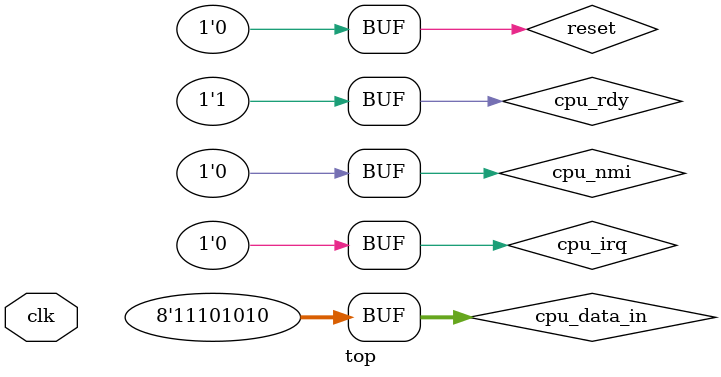
<source format=v>

module top (
    input wire clk            // 27MHz system clock from Tang Nano 9K
);

    // System reset (for now, just tie low - CPU will start)
    wire reset = 1'b0;
    
    // CPU interface signals
    wire [15:0] cpu_addr;      // CPU address bus
    wire [7:0] cpu_data_in;    // CPU data input
    wire [7:0] cpu_data_out;   // CPU data output
    wire cpu_we;               // CPU write enable
    wire cpu_irq = 1'b0;       // No interrupts for now
    wire cpu_nmi = 1'b0;       // No NMI for now
    wire cpu_rdy = 1'b1;       // Always ready
    
    // Arlet Ottens 6502 CPU Core
    cpu cpu_inst (
        .clk(clk),
        .reset(reset),
        .AB(cpu_addr),
        .DI(cpu_data_in),
        .DO(cpu_data_out),
        .WE(cpu_we),
        .IRQ(cpu_irq),
        .NMI(cpu_nmi),
        .RDY(cpu_rdy)
    );
    
    // Simple memory stub - just return NOP instructions
    // This will make the CPU execute NOP continuously
    assign cpu_data_in = 8'hEA; // NOP instruction

endmodule

</source>
